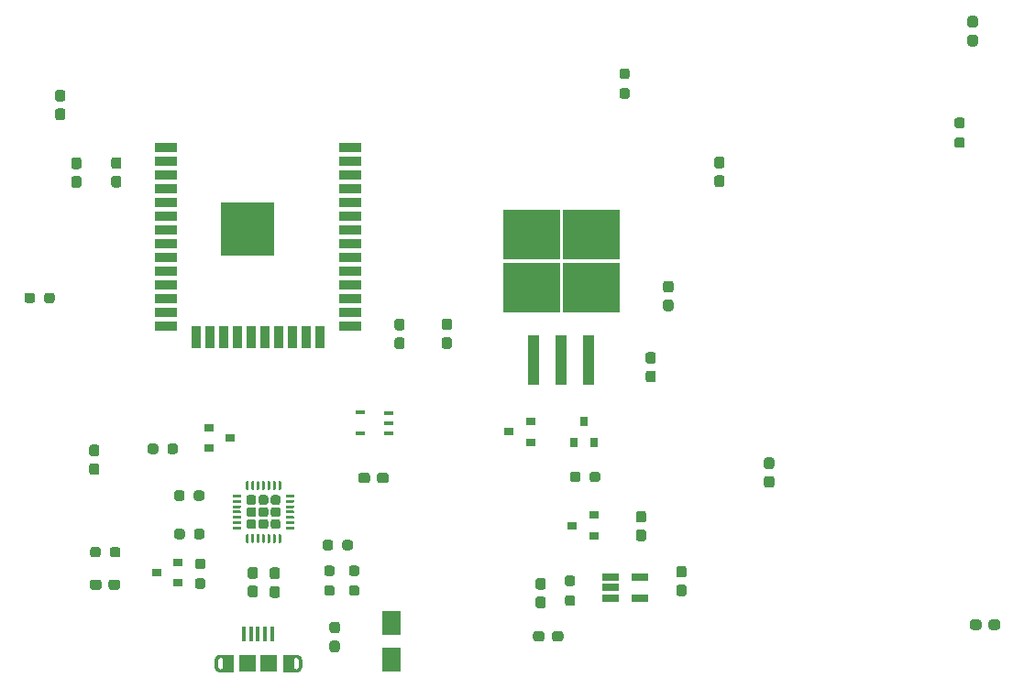
<source format=gbr>
%TF.GenerationSoftware,KiCad,Pcbnew,(5.1.10)-1*%
%TF.CreationDate,2022-02-13T15:12:39-05:00*%
%TF.ProjectId,dispenser,64697370-656e-4736-9572-2e6b69636164,rev?*%
%TF.SameCoordinates,Original*%
%TF.FileFunction,Paste,Top*%
%TF.FilePolarity,Positive*%
%FSLAX46Y46*%
G04 Gerber Fmt 4.6, Leading zero omitted, Abs format (unit mm)*
G04 Created by KiCad (PCBNEW (5.1.10)-1) date 2022-02-13 15:12:39*
%MOMM*%
%LPD*%
G01*
G04 APERTURE LIST*
%ADD10C,0.000100*%
%ADD11R,1.651000X2.184400*%
%ADD12R,1.500000X1.550000*%
%ADD13R,0.400000X1.350000*%
%ADD14R,0.900000X0.800000*%
%ADD15R,0.800000X0.900000*%
%ADD16R,2.000000X0.900000*%
%ADD17R,0.900000X2.000000*%
%ADD18R,5.000000X5.000000*%
%ADD19R,1.560000X0.650000*%
%ADD20R,5.250000X4.550000*%
%ADD21R,1.100000X4.600000*%
%ADD22R,0.914400X0.431800*%
G04 APERTURE END LIST*
D10*
%TO.C,J17*%
G36*
X113888400Y-121729800D02*
G01*
X113888400Y-121529800D01*
X113901400Y-121529800D01*
X113914400Y-121528800D01*
X113927400Y-121526800D01*
X113940400Y-121524800D01*
X113953400Y-121520800D01*
X113965400Y-121517800D01*
X113978400Y-121512800D01*
X113990400Y-121507800D01*
X114001400Y-121502800D01*
X114013400Y-121496800D01*
X114024400Y-121489800D01*
X114035400Y-121481800D01*
X114045400Y-121473800D01*
X114055400Y-121465800D01*
X114065400Y-121456800D01*
X114074400Y-121446800D01*
X114082400Y-121436800D01*
X114090400Y-121426800D01*
X114098400Y-121415800D01*
X114105400Y-121404800D01*
X114111400Y-121392800D01*
X114116400Y-121381800D01*
X114121400Y-121369800D01*
X114126400Y-121356800D01*
X114129400Y-121344800D01*
X114133400Y-121331800D01*
X114135400Y-121318800D01*
X114137400Y-121305800D01*
X114138400Y-121292800D01*
X114138400Y-121279800D01*
X114138400Y-120629800D01*
X114138400Y-120616800D01*
X114137400Y-120603800D01*
X114135400Y-120590800D01*
X114133400Y-120577800D01*
X114129400Y-120564800D01*
X114126400Y-120552800D01*
X114121400Y-120539800D01*
X114116400Y-120527800D01*
X114111400Y-120516800D01*
X114105400Y-120504800D01*
X114098400Y-120493800D01*
X114090400Y-120482800D01*
X114082400Y-120472800D01*
X114074400Y-120462800D01*
X114065400Y-120452800D01*
X114055400Y-120443800D01*
X114045400Y-120435800D01*
X114035400Y-120427800D01*
X114024400Y-120419800D01*
X114013400Y-120412800D01*
X114001400Y-120406800D01*
X113990400Y-120401800D01*
X113978400Y-120396800D01*
X113965400Y-120391800D01*
X113953400Y-120388800D01*
X113940400Y-120384800D01*
X113927400Y-120382800D01*
X113914400Y-120380800D01*
X113901400Y-120379800D01*
X113888400Y-120379800D01*
X113888400Y-120179800D01*
X113914400Y-120180800D01*
X113940400Y-120182800D01*
X113966400Y-120185800D01*
X113992400Y-120190800D01*
X114017400Y-120196800D01*
X114043400Y-120203800D01*
X114067400Y-120212800D01*
X114091400Y-120222800D01*
X114115400Y-120233800D01*
X114138400Y-120246800D01*
X114160400Y-120260800D01*
X114182400Y-120274800D01*
X114203400Y-120290800D01*
X114223400Y-120307800D01*
X114242400Y-120325800D01*
X114260400Y-120344800D01*
X114277400Y-120364800D01*
X114293400Y-120385800D01*
X114307400Y-120407800D01*
X114321400Y-120429800D01*
X114334400Y-120452800D01*
X114345400Y-120476800D01*
X114355400Y-120500800D01*
X114364400Y-120524800D01*
X114371400Y-120550800D01*
X114377400Y-120575800D01*
X114382400Y-120601800D01*
X114385400Y-120627800D01*
X114387400Y-120653800D01*
X114388400Y-120679800D01*
X114388400Y-121229800D01*
X114387400Y-121255800D01*
X114385400Y-121281800D01*
X114382400Y-121307800D01*
X114377400Y-121333800D01*
X114371400Y-121358800D01*
X114364400Y-121384800D01*
X114355400Y-121408800D01*
X114345400Y-121432800D01*
X114334400Y-121456800D01*
X114321400Y-121479800D01*
X114307400Y-121501800D01*
X114293400Y-121523800D01*
X114277400Y-121544800D01*
X114260400Y-121564800D01*
X114242400Y-121583800D01*
X114223400Y-121601800D01*
X114203400Y-121618800D01*
X114182400Y-121634800D01*
X114160400Y-121648800D01*
X114138400Y-121662800D01*
X114115400Y-121675800D01*
X114091400Y-121686800D01*
X114067400Y-121696800D01*
X114043400Y-121705800D01*
X114017400Y-121712800D01*
X113992400Y-121718800D01*
X113966400Y-121723800D01*
X113940400Y-121726800D01*
X113914400Y-121728800D01*
X113888400Y-121729800D01*
G37*
X113888400Y-121729800D02*
X113888400Y-121529800D01*
X113901400Y-121529800D01*
X113914400Y-121528800D01*
X113927400Y-121526800D01*
X113940400Y-121524800D01*
X113953400Y-121520800D01*
X113965400Y-121517800D01*
X113978400Y-121512800D01*
X113990400Y-121507800D01*
X114001400Y-121502800D01*
X114013400Y-121496800D01*
X114024400Y-121489800D01*
X114035400Y-121481800D01*
X114045400Y-121473800D01*
X114055400Y-121465800D01*
X114065400Y-121456800D01*
X114074400Y-121446800D01*
X114082400Y-121436800D01*
X114090400Y-121426800D01*
X114098400Y-121415800D01*
X114105400Y-121404800D01*
X114111400Y-121392800D01*
X114116400Y-121381800D01*
X114121400Y-121369800D01*
X114126400Y-121356800D01*
X114129400Y-121344800D01*
X114133400Y-121331800D01*
X114135400Y-121318800D01*
X114137400Y-121305800D01*
X114138400Y-121292800D01*
X114138400Y-121279800D01*
X114138400Y-120629800D01*
X114138400Y-120616800D01*
X114137400Y-120603800D01*
X114135400Y-120590800D01*
X114133400Y-120577800D01*
X114129400Y-120564800D01*
X114126400Y-120552800D01*
X114121400Y-120539800D01*
X114116400Y-120527800D01*
X114111400Y-120516800D01*
X114105400Y-120504800D01*
X114098400Y-120493800D01*
X114090400Y-120482800D01*
X114082400Y-120472800D01*
X114074400Y-120462800D01*
X114065400Y-120452800D01*
X114055400Y-120443800D01*
X114045400Y-120435800D01*
X114035400Y-120427800D01*
X114024400Y-120419800D01*
X114013400Y-120412800D01*
X114001400Y-120406800D01*
X113990400Y-120401800D01*
X113978400Y-120396800D01*
X113965400Y-120391800D01*
X113953400Y-120388800D01*
X113940400Y-120384800D01*
X113927400Y-120382800D01*
X113914400Y-120380800D01*
X113901400Y-120379800D01*
X113888400Y-120379800D01*
X113888400Y-120179800D01*
X113914400Y-120180800D01*
X113940400Y-120182800D01*
X113966400Y-120185800D01*
X113992400Y-120190800D01*
X114017400Y-120196800D01*
X114043400Y-120203800D01*
X114067400Y-120212800D01*
X114091400Y-120222800D01*
X114115400Y-120233800D01*
X114138400Y-120246800D01*
X114160400Y-120260800D01*
X114182400Y-120274800D01*
X114203400Y-120290800D01*
X114223400Y-120307800D01*
X114242400Y-120325800D01*
X114260400Y-120344800D01*
X114277400Y-120364800D01*
X114293400Y-120385800D01*
X114307400Y-120407800D01*
X114321400Y-120429800D01*
X114334400Y-120452800D01*
X114345400Y-120476800D01*
X114355400Y-120500800D01*
X114364400Y-120524800D01*
X114371400Y-120550800D01*
X114377400Y-120575800D01*
X114382400Y-120601800D01*
X114385400Y-120627800D01*
X114387400Y-120653800D01*
X114388400Y-120679800D01*
X114388400Y-121229800D01*
X114387400Y-121255800D01*
X114385400Y-121281800D01*
X114382400Y-121307800D01*
X114377400Y-121333800D01*
X114371400Y-121358800D01*
X114364400Y-121384800D01*
X114355400Y-121408800D01*
X114345400Y-121432800D01*
X114334400Y-121456800D01*
X114321400Y-121479800D01*
X114307400Y-121501800D01*
X114293400Y-121523800D01*
X114277400Y-121544800D01*
X114260400Y-121564800D01*
X114242400Y-121583800D01*
X114223400Y-121601800D01*
X114203400Y-121618800D01*
X114182400Y-121634800D01*
X114160400Y-121648800D01*
X114138400Y-121662800D01*
X114115400Y-121675800D01*
X114091400Y-121686800D01*
X114067400Y-121696800D01*
X114043400Y-121705800D01*
X114017400Y-121712800D01*
X113992400Y-121718800D01*
X113966400Y-121723800D01*
X113940400Y-121726800D01*
X113914400Y-121728800D01*
X113888400Y-121729800D01*
G36*
X113888400Y-121729800D02*
G01*
X113888400Y-121529800D01*
X113875400Y-121529800D01*
X113862400Y-121528800D01*
X113849400Y-121526800D01*
X113836400Y-121524800D01*
X113823400Y-121520800D01*
X113811400Y-121517800D01*
X113798400Y-121512800D01*
X113786400Y-121507800D01*
X113775400Y-121502800D01*
X113763400Y-121496800D01*
X113752400Y-121489800D01*
X113741400Y-121481800D01*
X113731400Y-121473800D01*
X113721400Y-121465800D01*
X113711400Y-121456800D01*
X113702400Y-121446800D01*
X113694400Y-121436800D01*
X113686400Y-121426800D01*
X113678400Y-121415800D01*
X113671400Y-121404800D01*
X113665400Y-121392800D01*
X113660400Y-121381800D01*
X113655400Y-121369800D01*
X113650400Y-121356800D01*
X113647400Y-121344800D01*
X113643400Y-121331800D01*
X113641400Y-121318800D01*
X113639400Y-121305800D01*
X113638400Y-121292800D01*
X113638400Y-121279800D01*
X113638400Y-120629800D01*
X113638400Y-120616800D01*
X113639400Y-120603800D01*
X113641400Y-120590800D01*
X113643400Y-120577800D01*
X113647400Y-120564800D01*
X113650400Y-120552800D01*
X113655400Y-120539800D01*
X113660400Y-120527800D01*
X113665400Y-120516800D01*
X113671400Y-120504800D01*
X113678400Y-120493800D01*
X113686400Y-120482800D01*
X113694400Y-120472800D01*
X113702400Y-120462800D01*
X113711400Y-120452800D01*
X113721400Y-120443800D01*
X113731400Y-120435800D01*
X113741400Y-120427800D01*
X113752400Y-120419800D01*
X113763400Y-120412800D01*
X113775400Y-120406800D01*
X113786400Y-120401800D01*
X113798400Y-120396800D01*
X113811400Y-120391800D01*
X113823400Y-120388800D01*
X113836400Y-120384800D01*
X113849400Y-120382800D01*
X113862400Y-120380800D01*
X113875400Y-120379800D01*
X113888400Y-120379800D01*
X113888400Y-120179800D01*
X112688400Y-120179800D01*
X112688400Y-121729800D01*
X113888400Y-121729800D01*
G37*
X113888400Y-121729800D02*
X113888400Y-121529800D01*
X113875400Y-121529800D01*
X113862400Y-121528800D01*
X113849400Y-121526800D01*
X113836400Y-121524800D01*
X113823400Y-121520800D01*
X113811400Y-121517800D01*
X113798400Y-121512800D01*
X113786400Y-121507800D01*
X113775400Y-121502800D01*
X113763400Y-121496800D01*
X113752400Y-121489800D01*
X113741400Y-121481800D01*
X113731400Y-121473800D01*
X113721400Y-121465800D01*
X113711400Y-121456800D01*
X113702400Y-121446800D01*
X113694400Y-121436800D01*
X113686400Y-121426800D01*
X113678400Y-121415800D01*
X113671400Y-121404800D01*
X113665400Y-121392800D01*
X113660400Y-121381800D01*
X113655400Y-121369800D01*
X113650400Y-121356800D01*
X113647400Y-121344800D01*
X113643400Y-121331800D01*
X113641400Y-121318800D01*
X113639400Y-121305800D01*
X113638400Y-121292800D01*
X113638400Y-121279800D01*
X113638400Y-120629800D01*
X113638400Y-120616800D01*
X113639400Y-120603800D01*
X113641400Y-120590800D01*
X113643400Y-120577800D01*
X113647400Y-120564800D01*
X113650400Y-120552800D01*
X113655400Y-120539800D01*
X113660400Y-120527800D01*
X113665400Y-120516800D01*
X113671400Y-120504800D01*
X113678400Y-120493800D01*
X113686400Y-120482800D01*
X113694400Y-120472800D01*
X113702400Y-120462800D01*
X113711400Y-120452800D01*
X113721400Y-120443800D01*
X113731400Y-120435800D01*
X113741400Y-120427800D01*
X113752400Y-120419800D01*
X113763400Y-120412800D01*
X113775400Y-120406800D01*
X113786400Y-120401800D01*
X113798400Y-120396800D01*
X113811400Y-120391800D01*
X113823400Y-120388800D01*
X113836400Y-120384800D01*
X113849400Y-120382800D01*
X113862400Y-120380800D01*
X113875400Y-120379800D01*
X113888400Y-120379800D01*
X113888400Y-120179800D01*
X112688400Y-120179800D01*
X112688400Y-121729800D01*
X113888400Y-121729800D01*
X113888400Y-121724800D02*
X113888400Y-121554800D01*
G36*
X106888400Y-120179800D02*
G01*
X106888400Y-120379800D01*
X106875400Y-120379800D01*
X106862400Y-120380800D01*
X106849400Y-120382800D01*
X106836400Y-120384800D01*
X106823400Y-120388800D01*
X106811400Y-120391800D01*
X106798400Y-120396800D01*
X106786400Y-120401800D01*
X106775400Y-120406800D01*
X106763400Y-120412800D01*
X106752400Y-120419800D01*
X106741400Y-120427800D01*
X106731400Y-120435800D01*
X106721400Y-120443800D01*
X106711400Y-120452800D01*
X106702400Y-120462800D01*
X106694400Y-120472800D01*
X106686400Y-120482800D01*
X106678400Y-120493800D01*
X106671400Y-120504800D01*
X106665400Y-120516800D01*
X106660400Y-120527800D01*
X106655400Y-120539800D01*
X106650400Y-120552800D01*
X106647400Y-120564800D01*
X106643400Y-120577800D01*
X106641400Y-120590800D01*
X106639400Y-120603800D01*
X106638400Y-120616800D01*
X106638400Y-120629800D01*
X106638400Y-121279800D01*
X106638400Y-121292800D01*
X106639400Y-121305800D01*
X106641400Y-121318800D01*
X106643400Y-121331800D01*
X106647400Y-121344800D01*
X106650400Y-121356800D01*
X106655400Y-121369800D01*
X106660400Y-121381800D01*
X106665400Y-121392800D01*
X106671400Y-121404800D01*
X106678400Y-121415800D01*
X106686400Y-121426800D01*
X106694400Y-121436800D01*
X106702400Y-121446800D01*
X106711400Y-121456800D01*
X106721400Y-121465800D01*
X106731400Y-121473800D01*
X106741400Y-121481800D01*
X106752400Y-121489800D01*
X106763400Y-121496800D01*
X106775400Y-121502800D01*
X106786400Y-121507800D01*
X106798400Y-121512800D01*
X106811400Y-121517800D01*
X106823400Y-121520800D01*
X106836400Y-121524800D01*
X106849400Y-121526800D01*
X106862400Y-121528800D01*
X106875400Y-121529800D01*
X106888400Y-121529800D01*
X106888400Y-121729800D01*
X106862400Y-121728800D01*
X106836400Y-121726800D01*
X106810400Y-121723800D01*
X106784400Y-121718800D01*
X106759400Y-121712800D01*
X106733400Y-121705800D01*
X106709400Y-121696800D01*
X106685400Y-121686800D01*
X106661400Y-121675800D01*
X106638400Y-121662800D01*
X106616400Y-121648800D01*
X106594400Y-121634800D01*
X106573400Y-121618800D01*
X106553400Y-121601800D01*
X106534400Y-121583800D01*
X106516400Y-121564800D01*
X106499400Y-121544800D01*
X106483400Y-121523800D01*
X106469400Y-121501800D01*
X106455400Y-121479800D01*
X106442400Y-121456800D01*
X106431400Y-121432800D01*
X106421400Y-121408800D01*
X106412400Y-121384800D01*
X106405400Y-121358800D01*
X106399400Y-121333800D01*
X106394400Y-121307800D01*
X106391400Y-121281800D01*
X106389400Y-121255800D01*
X106388400Y-121229800D01*
X106388400Y-120679800D01*
X106389400Y-120653800D01*
X106391400Y-120627800D01*
X106394400Y-120601800D01*
X106399400Y-120575800D01*
X106405400Y-120550800D01*
X106412400Y-120524800D01*
X106421400Y-120500800D01*
X106431400Y-120476800D01*
X106442400Y-120452800D01*
X106455400Y-120429800D01*
X106469400Y-120407800D01*
X106483400Y-120385800D01*
X106499400Y-120364800D01*
X106516400Y-120344800D01*
X106534400Y-120325800D01*
X106553400Y-120307800D01*
X106573400Y-120290800D01*
X106594400Y-120274800D01*
X106616400Y-120260800D01*
X106638400Y-120246800D01*
X106661400Y-120233800D01*
X106685400Y-120222800D01*
X106709400Y-120212800D01*
X106733400Y-120203800D01*
X106759400Y-120196800D01*
X106784400Y-120190800D01*
X106810400Y-120185800D01*
X106836400Y-120182800D01*
X106862400Y-120180800D01*
X106888400Y-120179800D01*
G37*
X106888400Y-120179800D02*
X106888400Y-120379800D01*
X106875400Y-120379800D01*
X106862400Y-120380800D01*
X106849400Y-120382800D01*
X106836400Y-120384800D01*
X106823400Y-120388800D01*
X106811400Y-120391800D01*
X106798400Y-120396800D01*
X106786400Y-120401800D01*
X106775400Y-120406800D01*
X106763400Y-120412800D01*
X106752400Y-120419800D01*
X106741400Y-120427800D01*
X106731400Y-120435800D01*
X106721400Y-120443800D01*
X106711400Y-120452800D01*
X106702400Y-120462800D01*
X106694400Y-120472800D01*
X106686400Y-120482800D01*
X106678400Y-120493800D01*
X106671400Y-120504800D01*
X106665400Y-120516800D01*
X106660400Y-120527800D01*
X106655400Y-120539800D01*
X106650400Y-120552800D01*
X106647400Y-120564800D01*
X106643400Y-120577800D01*
X106641400Y-120590800D01*
X106639400Y-120603800D01*
X106638400Y-120616800D01*
X106638400Y-120629800D01*
X106638400Y-121279800D01*
X106638400Y-121292800D01*
X106639400Y-121305800D01*
X106641400Y-121318800D01*
X106643400Y-121331800D01*
X106647400Y-121344800D01*
X106650400Y-121356800D01*
X106655400Y-121369800D01*
X106660400Y-121381800D01*
X106665400Y-121392800D01*
X106671400Y-121404800D01*
X106678400Y-121415800D01*
X106686400Y-121426800D01*
X106694400Y-121436800D01*
X106702400Y-121446800D01*
X106711400Y-121456800D01*
X106721400Y-121465800D01*
X106731400Y-121473800D01*
X106741400Y-121481800D01*
X106752400Y-121489800D01*
X106763400Y-121496800D01*
X106775400Y-121502800D01*
X106786400Y-121507800D01*
X106798400Y-121512800D01*
X106811400Y-121517800D01*
X106823400Y-121520800D01*
X106836400Y-121524800D01*
X106849400Y-121526800D01*
X106862400Y-121528800D01*
X106875400Y-121529800D01*
X106888400Y-121529800D01*
X106888400Y-121729800D01*
X106862400Y-121728800D01*
X106836400Y-121726800D01*
X106810400Y-121723800D01*
X106784400Y-121718800D01*
X106759400Y-121712800D01*
X106733400Y-121705800D01*
X106709400Y-121696800D01*
X106685400Y-121686800D01*
X106661400Y-121675800D01*
X106638400Y-121662800D01*
X106616400Y-121648800D01*
X106594400Y-121634800D01*
X106573400Y-121618800D01*
X106553400Y-121601800D01*
X106534400Y-121583800D01*
X106516400Y-121564800D01*
X106499400Y-121544800D01*
X106483400Y-121523800D01*
X106469400Y-121501800D01*
X106455400Y-121479800D01*
X106442400Y-121456800D01*
X106431400Y-121432800D01*
X106421400Y-121408800D01*
X106412400Y-121384800D01*
X106405400Y-121358800D01*
X106399400Y-121333800D01*
X106394400Y-121307800D01*
X106391400Y-121281800D01*
X106389400Y-121255800D01*
X106388400Y-121229800D01*
X106388400Y-120679800D01*
X106389400Y-120653800D01*
X106391400Y-120627800D01*
X106394400Y-120601800D01*
X106399400Y-120575800D01*
X106405400Y-120550800D01*
X106412400Y-120524800D01*
X106421400Y-120500800D01*
X106431400Y-120476800D01*
X106442400Y-120452800D01*
X106455400Y-120429800D01*
X106469400Y-120407800D01*
X106483400Y-120385800D01*
X106499400Y-120364800D01*
X106516400Y-120344800D01*
X106534400Y-120325800D01*
X106553400Y-120307800D01*
X106573400Y-120290800D01*
X106594400Y-120274800D01*
X106616400Y-120260800D01*
X106638400Y-120246800D01*
X106661400Y-120233800D01*
X106685400Y-120222800D01*
X106709400Y-120212800D01*
X106733400Y-120203800D01*
X106759400Y-120196800D01*
X106784400Y-120190800D01*
X106810400Y-120185800D01*
X106836400Y-120182800D01*
X106862400Y-120180800D01*
X106888400Y-120179800D01*
G36*
X106888400Y-120179800D02*
G01*
X106888400Y-120379800D01*
X106901400Y-120379800D01*
X106914400Y-120380800D01*
X106927400Y-120382800D01*
X106940400Y-120384800D01*
X106953400Y-120388800D01*
X106965400Y-120391800D01*
X106978400Y-120396800D01*
X106990400Y-120401800D01*
X107001400Y-120406800D01*
X107013400Y-120412800D01*
X107024400Y-120419800D01*
X107035400Y-120427800D01*
X107045400Y-120435800D01*
X107055400Y-120443800D01*
X107065400Y-120452800D01*
X107074400Y-120462800D01*
X107082400Y-120472800D01*
X107090400Y-120482800D01*
X107098400Y-120493800D01*
X107105400Y-120504800D01*
X107111400Y-120516800D01*
X107116400Y-120527800D01*
X107121400Y-120539800D01*
X107126400Y-120552800D01*
X107129400Y-120564800D01*
X107133400Y-120577800D01*
X107135400Y-120590800D01*
X107137400Y-120603800D01*
X107138400Y-120616800D01*
X107138400Y-120629800D01*
X107138400Y-121279800D01*
X107138400Y-121292800D01*
X107137400Y-121305800D01*
X107135400Y-121318800D01*
X107133400Y-121331800D01*
X107129400Y-121344800D01*
X107126400Y-121356800D01*
X107121400Y-121369800D01*
X107116400Y-121381800D01*
X107111400Y-121392800D01*
X107105400Y-121404800D01*
X107098400Y-121415800D01*
X107090400Y-121426800D01*
X107082400Y-121436800D01*
X107074400Y-121446800D01*
X107065400Y-121456800D01*
X107055400Y-121465800D01*
X107045400Y-121473800D01*
X107035400Y-121481800D01*
X107024400Y-121489800D01*
X107013400Y-121496800D01*
X107001400Y-121502800D01*
X106990400Y-121507800D01*
X106978400Y-121512800D01*
X106965400Y-121517800D01*
X106953400Y-121520800D01*
X106940400Y-121524800D01*
X106927400Y-121526800D01*
X106914400Y-121528800D01*
X106901400Y-121529800D01*
X106888400Y-121529800D01*
X106888400Y-121729800D01*
X108088400Y-121729800D01*
X108088400Y-120179800D01*
X106888400Y-120179800D01*
G37*
X106888400Y-120179800D02*
X106888400Y-120379800D01*
X106901400Y-120379800D01*
X106914400Y-120380800D01*
X106927400Y-120382800D01*
X106940400Y-120384800D01*
X106953400Y-120388800D01*
X106965400Y-120391800D01*
X106978400Y-120396800D01*
X106990400Y-120401800D01*
X107001400Y-120406800D01*
X107013400Y-120412800D01*
X107024400Y-120419800D01*
X107035400Y-120427800D01*
X107045400Y-120435800D01*
X107055400Y-120443800D01*
X107065400Y-120452800D01*
X107074400Y-120462800D01*
X107082400Y-120472800D01*
X107090400Y-120482800D01*
X107098400Y-120493800D01*
X107105400Y-120504800D01*
X107111400Y-120516800D01*
X107116400Y-120527800D01*
X107121400Y-120539800D01*
X107126400Y-120552800D01*
X107129400Y-120564800D01*
X107133400Y-120577800D01*
X107135400Y-120590800D01*
X107137400Y-120603800D01*
X107138400Y-120616800D01*
X107138400Y-120629800D01*
X107138400Y-121279800D01*
X107138400Y-121292800D01*
X107137400Y-121305800D01*
X107135400Y-121318800D01*
X107133400Y-121331800D01*
X107129400Y-121344800D01*
X107126400Y-121356800D01*
X107121400Y-121369800D01*
X107116400Y-121381800D01*
X107111400Y-121392800D01*
X107105400Y-121404800D01*
X107098400Y-121415800D01*
X107090400Y-121426800D01*
X107082400Y-121436800D01*
X107074400Y-121446800D01*
X107065400Y-121456800D01*
X107055400Y-121465800D01*
X107045400Y-121473800D01*
X107035400Y-121481800D01*
X107024400Y-121489800D01*
X107013400Y-121496800D01*
X107001400Y-121502800D01*
X106990400Y-121507800D01*
X106978400Y-121512800D01*
X106965400Y-121517800D01*
X106953400Y-121520800D01*
X106940400Y-121524800D01*
X106927400Y-121526800D01*
X106914400Y-121528800D01*
X106901400Y-121529800D01*
X106888400Y-121529800D01*
X106888400Y-121729800D01*
X108088400Y-121729800D01*
X108088400Y-120179800D01*
X106888400Y-120179800D01*
X106888400Y-120184800D02*
X106888400Y-120354800D01*
%TD*%
%TO.C,C9*%
G36*
G01*
X149262500Y-113687500D02*
X149737500Y-113687500D01*
G75*
G02*
X149975000Y-113925000I0J-237500D01*
G01*
X149975000Y-114525000D01*
G75*
G02*
X149737500Y-114762500I-237500J0D01*
G01*
X149262500Y-114762500D01*
G75*
G02*
X149025000Y-114525000I0J237500D01*
G01*
X149025000Y-113925000D01*
G75*
G02*
X149262500Y-113687500I237500J0D01*
G01*
G37*
G36*
G01*
X149262500Y-111962500D02*
X149737500Y-111962500D01*
G75*
G02*
X149975000Y-112200000I0J-237500D01*
G01*
X149975000Y-112800000D01*
G75*
G02*
X149737500Y-113037500I-237500J0D01*
G01*
X149262500Y-113037500D01*
G75*
G02*
X149025000Y-112800000I0J237500D01*
G01*
X149025000Y-112200000D01*
G75*
G02*
X149262500Y-111962500I237500J0D01*
G01*
G37*
%TD*%
%TO.C,F2*%
G36*
G01*
X137546800Y-118703100D02*
X137546800Y-118228100D01*
G75*
G02*
X137784300Y-117990600I237500J0D01*
G01*
X138359300Y-117990600D01*
G75*
G02*
X138596800Y-118228100I0J-237500D01*
G01*
X138596800Y-118703100D01*
G75*
G02*
X138359300Y-118940600I-237500J0D01*
G01*
X137784300Y-118940600D01*
G75*
G02*
X137546800Y-118703100I0J237500D01*
G01*
G37*
G36*
G01*
X135796800Y-118703100D02*
X135796800Y-118228100D01*
G75*
G02*
X136034300Y-117990600I237500J0D01*
G01*
X136609300Y-117990600D01*
G75*
G02*
X136846800Y-118228100I0J-237500D01*
G01*
X136846800Y-118703100D01*
G75*
G02*
X136609300Y-118940600I-237500J0D01*
G01*
X136034300Y-118940600D01*
G75*
G02*
X135796800Y-118703100I0J237500D01*
G01*
G37*
%TD*%
%TO.C,F1*%
G36*
G01*
X117712500Y-118180400D02*
X117237500Y-118180400D01*
G75*
G02*
X117000000Y-117942900I0J237500D01*
G01*
X117000000Y-117367900D01*
G75*
G02*
X117237500Y-117130400I237500J0D01*
G01*
X117712500Y-117130400D01*
G75*
G02*
X117950000Y-117367900I0J-237500D01*
G01*
X117950000Y-117942900D01*
G75*
G02*
X117712500Y-118180400I-237500J0D01*
G01*
G37*
G36*
G01*
X117712500Y-119930400D02*
X117237500Y-119930400D01*
G75*
G02*
X117000000Y-119692900I0J237500D01*
G01*
X117000000Y-119117900D01*
G75*
G02*
X117237500Y-118880400I237500J0D01*
G01*
X117712500Y-118880400D01*
G75*
G02*
X117950000Y-119117900I0J-237500D01*
G01*
X117950000Y-119692900D01*
G75*
G02*
X117712500Y-119930400I-237500J0D01*
G01*
G37*
%TD*%
%TO.C,R3*%
G36*
G01*
X175421300Y-71507800D02*
X174946300Y-71507800D01*
G75*
G02*
X174708800Y-71270300I0J237500D01*
G01*
X174708800Y-70770300D01*
G75*
G02*
X174946300Y-70532800I237500J0D01*
G01*
X175421300Y-70532800D01*
G75*
G02*
X175658800Y-70770300I0J-237500D01*
G01*
X175658800Y-71270300D01*
G75*
G02*
X175421300Y-71507800I-237500J0D01*
G01*
G37*
G36*
G01*
X175421300Y-73332800D02*
X174946300Y-73332800D01*
G75*
G02*
X174708800Y-73095300I0J237500D01*
G01*
X174708800Y-72595300D01*
G75*
G02*
X174946300Y-72357800I237500J0D01*
G01*
X175421300Y-72357800D01*
G75*
G02*
X175658800Y-72595300I0J-237500D01*
G01*
X175658800Y-73095300D01*
G75*
G02*
X175421300Y-73332800I-237500J0D01*
G01*
G37*
%TD*%
%TO.C,R14*%
G36*
G01*
X96712500Y-110937500D02*
X96712500Y-110462500D01*
G75*
G02*
X96950000Y-110225000I237500J0D01*
G01*
X97450000Y-110225000D01*
G75*
G02*
X97687500Y-110462500I0J-237500D01*
G01*
X97687500Y-110937500D01*
G75*
G02*
X97450000Y-111175000I-237500J0D01*
G01*
X96950000Y-111175000D01*
G75*
G02*
X96712500Y-110937500I0J237500D01*
G01*
G37*
G36*
G01*
X94887500Y-110937500D02*
X94887500Y-110462500D01*
G75*
G02*
X95125000Y-110225000I237500J0D01*
G01*
X95625000Y-110225000D01*
G75*
G02*
X95862500Y-110462500I0J-237500D01*
G01*
X95862500Y-110937500D01*
G75*
G02*
X95625000Y-111175000I-237500J0D01*
G01*
X95125000Y-111175000D01*
G75*
G02*
X94887500Y-110937500I0J237500D01*
G01*
G37*
%TD*%
%TO.C,R13*%
G36*
G01*
X102026900Y-101380300D02*
X102026900Y-100905300D01*
G75*
G02*
X102264400Y-100667800I237500J0D01*
G01*
X102764400Y-100667800D01*
G75*
G02*
X103001900Y-100905300I0J-237500D01*
G01*
X103001900Y-101380300D01*
G75*
G02*
X102764400Y-101617800I-237500J0D01*
G01*
X102264400Y-101617800D01*
G75*
G02*
X102026900Y-101380300I0J237500D01*
G01*
G37*
G36*
G01*
X100201900Y-101380300D02*
X100201900Y-100905300D01*
G75*
G02*
X100439400Y-100667800I237500J0D01*
G01*
X100939400Y-100667800D01*
G75*
G02*
X101176900Y-100905300I0J-237500D01*
G01*
X101176900Y-101380300D01*
G75*
G02*
X100939400Y-101617800I-237500J0D01*
G01*
X100439400Y-101617800D01*
G75*
G02*
X100201900Y-101380300I0J237500D01*
G01*
G37*
%TD*%
%TO.C,R12*%
G36*
G01*
X104816900Y-113101300D02*
X105291900Y-113101300D01*
G75*
G02*
X105529400Y-113338800I0J-237500D01*
G01*
X105529400Y-113838800D01*
G75*
G02*
X105291900Y-114076300I-237500J0D01*
G01*
X104816900Y-114076300D01*
G75*
G02*
X104579400Y-113838800I0J237500D01*
G01*
X104579400Y-113338800D01*
G75*
G02*
X104816900Y-113101300I237500J0D01*
G01*
G37*
G36*
G01*
X104816900Y-111276300D02*
X105291900Y-111276300D01*
G75*
G02*
X105529400Y-111513800I0J-237500D01*
G01*
X105529400Y-112013800D01*
G75*
G02*
X105291900Y-112251300I-237500J0D01*
G01*
X104816900Y-112251300D01*
G75*
G02*
X104579400Y-112013800I0J237500D01*
G01*
X104579400Y-111513800D01*
G75*
G02*
X104816900Y-111276300I237500J0D01*
G01*
G37*
%TD*%
%TO.C,R11*%
G36*
G01*
X104479400Y-109254300D02*
X104479400Y-108779300D01*
G75*
G02*
X104716900Y-108541800I237500J0D01*
G01*
X105216900Y-108541800D01*
G75*
G02*
X105454400Y-108779300I0J-237500D01*
G01*
X105454400Y-109254300D01*
G75*
G02*
X105216900Y-109491800I-237500J0D01*
G01*
X104716900Y-109491800D01*
G75*
G02*
X104479400Y-109254300I0J237500D01*
G01*
G37*
G36*
G01*
X102654400Y-109254300D02*
X102654400Y-108779300D01*
G75*
G02*
X102891900Y-108541800I237500J0D01*
G01*
X103391900Y-108541800D01*
G75*
G02*
X103629400Y-108779300I0J-237500D01*
G01*
X103629400Y-109254300D01*
G75*
G02*
X103391900Y-109491800I-237500J0D01*
G01*
X102891900Y-109491800D01*
G75*
G02*
X102654400Y-109254300I0J237500D01*
G01*
G37*
%TD*%
%TO.C,R10*%
G36*
G01*
X104463400Y-105698300D02*
X104463400Y-105223300D01*
G75*
G02*
X104700900Y-104985800I237500J0D01*
G01*
X105200900Y-104985800D01*
G75*
G02*
X105438400Y-105223300I0J-237500D01*
G01*
X105438400Y-105698300D01*
G75*
G02*
X105200900Y-105935800I-237500J0D01*
G01*
X104700900Y-105935800D01*
G75*
G02*
X104463400Y-105698300I0J237500D01*
G01*
G37*
G36*
G01*
X102638400Y-105698300D02*
X102638400Y-105223300D01*
G75*
G02*
X102875900Y-104985800I237500J0D01*
G01*
X103375900Y-104985800D01*
G75*
G02*
X103613400Y-105223300I0J-237500D01*
G01*
X103613400Y-105698300D01*
G75*
G02*
X103375900Y-105935800I-237500J0D01*
G01*
X102875900Y-105935800D01*
G75*
G02*
X102638400Y-105698300I0J237500D01*
G01*
G37*
%TD*%
%TO.C,R9*%
G36*
G01*
X118179400Y-110270300D02*
X118179400Y-109795300D01*
G75*
G02*
X118416900Y-109557800I237500J0D01*
G01*
X118916900Y-109557800D01*
G75*
G02*
X119154400Y-109795300I0J-237500D01*
G01*
X119154400Y-110270300D01*
G75*
G02*
X118916900Y-110507800I-237500J0D01*
G01*
X118416900Y-110507800D01*
G75*
G02*
X118179400Y-110270300I0J237500D01*
G01*
G37*
G36*
G01*
X116354400Y-110270300D02*
X116354400Y-109795300D01*
G75*
G02*
X116591900Y-109557800I237500J0D01*
G01*
X117091900Y-109557800D01*
G75*
G02*
X117329400Y-109795300I0J-237500D01*
G01*
X117329400Y-110270300D01*
G75*
G02*
X117091900Y-110507800I-237500J0D01*
G01*
X116591900Y-110507800D01*
G75*
G02*
X116354400Y-110270300I0J237500D01*
G01*
G37*
%TD*%
%TO.C,R8*%
G36*
G01*
X119040900Y-113759800D02*
X119515900Y-113759800D01*
G75*
G02*
X119753400Y-113997300I0J-237500D01*
G01*
X119753400Y-114497300D01*
G75*
G02*
X119515900Y-114734800I-237500J0D01*
G01*
X119040900Y-114734800D01*
G75*
G02*
X118803400Y-114497300I0J237500D01*
G01*
X118803400Y-113997300D01*
G75*
G02*
X119040900Y-113759800I237500J0D01*
G01*
G37*
G36*
G01*
X119040900Y-111934800D02*
X119515900Y-111934800D01*
G75*
G02*
X119753400Y-112172300I0J-237500D01*
G01*
X119753400Y-112672300D01*
G75*
G02*
X119515900Y-112909800I-237500J0D01*
G01*
X119040900Y-112909800D01*
G75*
G02*
X118803400Y-112672300I0J237500D01*
G01*
X118803400Y-112172300D01*
G75*
G02*
X119040900Y-111934800I237500J0D01*
G01*
G37*
%TD*%
%TO.C,R7*%
G36*
G01*
X117229900Y-112909800D02*
X116754900Y-112909800D01*
G75*
G02*
X116517400Y-112672300I0J237500D01*
G01*
X116517400Y-112172300D01*
G75*
G02*
X116754900Y-111934800I237500J0D01*
G01*
X117229900Y-111934800D01*
G75*
G02*
X117467400Y-112172300I0J-237500D01*
G01*
X117467400Y-112672300D01*
G75*
G02*
X117229900Y-112909800I-237500J0D01*
G01*
G37*
G36*
G01*
X117229900Y-114734800D02*
X116754900Y-114734800D01*
G75*
G02*
X116517400Y-114497300I0J237500D01*
G01*
X116517400Y-113997300D01*
G75*
G02*
X116754900Y-113759800I237500J0D01*
G01*
X117229900Y-113759800D01*
G75*
G02*
X117467400Y-113997300I0J-237500D01*
G01*
X117467400Y-114497300D01*
G75*
G02*
X117229900Y-114734800I-237500J0D01*
G01*
G37*
%TD*%
%TO.C,R6*%
G36*
G01*
X140165900Y-103496100D02*
X140165900Y-103971100D01*
G75*
G02*
X139928400Y-104208600I-237500J0D01*
G01*
X139428400Y-104208600D01*
G75*
G02*
X139190900Y-103971100I0J237500D01*
G01*
X139190900Y-103496100D01*
G75*
G02*
X139428400Y-103258600I237500J0D01*
G01*
X139928400Y-103258600D01*
G75*
G02*
X140165900Y-103496100I0J-237500D01*
G01*
G37*
G36*
G01*
X141990900Y-103496100D02*
X141990900Y-103971100D01*
G75*
G02*
X141753400Y-104208600I-237500J0D01*
G01*
X141253400Y-104208600D01*
G75*
G02*
X141015900Y-103971100I0J237500D01*
G01*
X141015900Y-103496100D01*
G75*
G02*
X141253400Y-103258600I237500J0D01*
G01*
X141753400Y-103258600D01*
G75*
G02*
X141990900Y-103496100I0J-237500D01*
G01*
G37*
%TD*%
%TO.C,R5*%
G36*
G01*
X138979900Y-114676100D02*
X139454900Y-114676100D01*
G75*
G02*
X139692400Y-114913600I0J-237500D01*
G01*
X139692400Y-115413600D01*
G75*
G02*
X139454900Y-115651100I-237500J0D01*
G01*
X138979900Y-115651100D01*
G75*
G02*
X138742400Y-115413600I0J237500D01*
G01*
X138742400Y-114913600D01*
G75*
G02*
X138979900Y-114676100I237500J0D01*
G01*
G37*
G36*
G01*
X138979900Y-112851100D02*
X139454900Y-112851100D01*
G75*
G02*
X139692400Y-113088600I0J-237500D01*
G01*
X139692400Y-113588600D01*
G75*
G02*
X139454900Y-113826100I-237500J0D01*
G01*
X138979900Y-113826100D01*
G75*
G02*
X138742400Y-113588600I0J237500D01*
G01*
X138742400Y-113088600D01*
G75*
G02*
X138979900Y-112851100I237500J0D01*
G01*
G37*
%TD*%
%TO.C,R4*%
G36*
G01*
X144484100Y-66959300D02*
X144009100Y-66959300D01*
G75*
G02*
X143771600Y-66721800I0J237500D01*
G01*
X143771600Y-66221800D01*
G75*
G02*
X144009100Y-65984300I237500J0D01*
G01*
X144484100Y-65984300D01*
G75*
G02*
X144721600Y-66221800I0J-237500D01*
G01*
X144721600Y-66721800D01*
G75*
G02*
X144484100Y-66959300I-237500J0D01*
G01*
G37*
G36*
G01*
X144484100Y-68784300D02*
X144009100Y-68784300D01*
G75*
G02*
X143771600Y-68546800I0J237500D01*
G01*
X143771600Y-68046800D01*
G75*
G02*
X144009100Y-67809300I237500J0D01*
G01*
X144484100Y-67809300D01*
G75*
G02*
X144721600Y-68046800I0J-237500D01*
G01*
X144721600Y-68546800D01*
G75*
G02*
X144484100Y-68784300I-237500J0D01*
G01*
G37*
%TD*%
%TO.C,R2*%
G36*
G01*
X89793900Y-86960700D02*
X89793900Y-87435700D01*
G75*
G02*
X89556400Y-87673200I-237500J0D01*
G01*
X89056400Y-87673200D01*
G75*
G02*
X88818900Y-87435700I0J237500D01*
G01*
X88818900Y-86960700D01*
G75*
G02*
X89056400Y-86723200I237500J0D01*
G01*
X89556400Y-86723200D01*
G75*
G02*
X89793900Y-86960700I0J-237500D01*
G01*
G37*
G36*
G01*
X91618900Y-86960700D02*
X91618900Y-87435700D01*
G75*
G02*
X91381400Y-87673200I-237500J0D01*
G01*
X90881400Y-87673200D01*
G75*
G02*
X90643900Y-87435700I0J237500D01*
G01*
X90643900Y-86960700D01*
G75*
G02*
X90881400Y-86723200I237500J0D01*
G01*
X91381400Y-86723200D01*
G75*
G02*
X91618900Y-86960700I0J-237500D01*
G01*
G37*
%TD*%
%TO.C,C20*%
G36*
G01*
X96587500Y-113937500D02*
X96587500Y-113462500D01*
G75*
G02*
X96825000Y-113225000I237500J0D01*
G01*
X97425000Y-113225000D01*
G75*
G02*
X97662500Y-113462500I0J-237500D01*
G01*
X97662500Y-113937500D01*
G75*
G02*
X97425000Y-114175000I-237500J0D01*
G01*
X96825000Y-114175000D01*
G75*
G02*
X96587500Y-113937500I0J237500D01*
G01*
G37*
G36*
G01*
X94862500Y-113937500D02*
X94862500Y-113462500D01*
G75*
G02*
X95100000Y-113225000I237500J0D01*
G01*
X95700000Y-113225000D01*
G75*
G02*
X95937500Y-113462500I0J-237500D01*
G01*
X95937500Y-113937500D01*
G75*
G02*
X95700000Y-114175000I-237500J0D01*
G01*
X95100000Y-114175000D01*
G75*
G02*
X94862500Y-113937500I0J237500D01*
G01*
G37*
%TD*%
%TO.C,C19*%
G36*
G01*
X123231900Y-90851700D02*
X123706900Y-90851700D01*
G75*
G02*
X123944400Y-91089200I0J-237500D01*
G01*
X123944400Y-91689200D01*
G75*
G02*
X123706900Y-91926700I-237500J0D01*
G01*
X123231900Y-91926700D01*
G75*
G02*
X122994400Y-91689200I0J237500D01*
G01*
X122994400Y-91089200D01*
G75*
G02*
X123231900Y-90851700I237500J0D01*
G01*
G37*
G36*
G01*
X123231900Y-89126700D02*
X123706900Y-89126700D01*
G75*
G02*
X123944400Y-89364200I0J-237500D01*
G01*
X123944400Y-89964200D01*
G75*
G02*
X123706900Y-90201700I-237500J0D01*
G01*
X123231900Y-90201700D01*
G75*
G02*
X122994400Y-89964200I0J237500D01*
G01*
X122994400Y-89364200D01*
G75*
G02*
X123231900Y-89126700I237500J0D01*
G01*
G37*
%TD*%
%TO.C,C18*%
G36*
G01*
X109668300Y-113790700D02*
X110143300Y-113790700D01*
G75*
G02*
X110380800Y-114028200I0J-237500D01*
G01*
X110380800Y-114628200D01*
G75*
G02*
X110143300Y-114865700I-237500J0D01*
G01*
X109668300Y-114865700D01*
G75*
G02*
X109430800Y-114628200I0J237500D01*
G01*
X109430800Y-114028200D01*
G75*
G02*
X109668300Y-113790700I237500J0D01*
G01*
G37*
G36*
G01*
X109668300Y-112065700D02*
X110143300Y-112065700D01*
G75*
G02*
X110380800Y-112303200I0J-237500D01*
G01*
X110380800Y-112903200D01*
G75*
G02*
X110143300Y-113140700I-237500J0D01*
G01*
X109668300Y-113140700D01*
G75*
G02*
X109430800Y-112903200I0J237500D01*
G01*
X109430800Y-112303200D01*
G75*
G02*
X109668300Y-112065700I237500J0D01*
G01*
G37*
%TD*%
%TO.C,C17*%
G36*
G01*
X111700300Y-113833700D02*
X112175300Y-113833700D01*
G75*
G02*
X112412800Y-114071200I0J-237500D01*
G01*
X112412800Y-114671200D01*
G75*
G02*
X112175300Y-114908700I-237500J0D01*
G01*
X111700300Y-114908700D01*
G75*
G02*
X111462800Y-114671200I0J237500D01*
G01*
X111462800Y-114071200D01*
G75*
G02*
X111700300Y-113833700I237500J0D01*
G01*
G37*
G36*
G01*
X111700300Y-112108700D02*
X112175300Y-112108700D01*
G75*
G02*
X112412800Y-112346200I0J-237500D01*
G01*
X112412800Y-112946200D01*
G75*
G02*
X112175300Y-113183700I-237500J0D01*
G01*
X111700300Y-113183700D01*
G75*
G02*
X111462800Y-112946200I0J237500D01*
G01*
X111462800Y-112346200D01*
G75*
G02*
X111700300Y-112108700I237500J0D01*
G01*
G37*
%TD*%
%TO.C,C16*%
G36*
G01*
X136737100Y-114153900D02*
X136262100Y-114153900D01*
G75*
G02*
X136024600Y-113916400I0J237500D01*
G01*
X136024600Y-113316400D01*
G75*
G02*
X136262100Y-113078900I237500J0D01*
G01*
X136737100Y-113078900D01*
G75*
G02*
X136974600Y-113316400I0J-237500D01*
G01*
X136974600Y-113916400D01*
G75*
G02*
X136737100Y-114153900I-237500J0D01*
G01*
G37*
G36*
G01*
X136737100Y-115878900D02*
X136262100Y-115878900D01*
G75*
G02*
X136024600Y-115641400I0J237500D01*
G01*
X136024600Y-115041400D01*
G75*
G02*
X136262100Y-114803900I237500J0D01*
G01*
X136737100Y-114803900D01*
G75*
G02*
X136974600Y-115041400I0J-237500D01*
G01*
X136974600Y-115641400D01*
G75*
G02*
X136737100Y-115878900I-237500J0D01*
G01*
G37*
%TD*%
%TO.C,C15*%
G36*
G01*
X121382500Y-104072700D02*
X121382500Y-103597700D01*
G75*
G02*
X121620000Y-103360200I237500J0D01*
G01*
X122220000Y-103360200D01*
G75*
G02*
X122457500Y-103597700I0J-237500D01*
G01*
X122457500Y-104072700D01*
G75*
G02*
X122220000Y-104310200I-237500J0D01*
G01*
X121620000Y-104310200D01*
G75*
G02*
X121382500Y-104072700I0J237500D01*
G01*
G37*
G36*
G01*
X119657500Y-104072700D02*
X119657500Y-103597700D01*
G75*
G02*
X119895000Y-103360200I237500J0D01*
G01*
X120495000Y-103360200D01*
G75*
G02*
X120732500Y-103597700I0J-237500D01*
G01*
X120732500Y-104072700D01*
G75*
G02*
X120495000Y-104310200I-237500J0D01*
G01*
X119895000Y-104310200D01*
G75*
G02*
X119657500Y-104072700I0J237500D01*
G01*
G37*
%TD*%
%TO.C,C14*%
G36*
G01*
X146422100Y-93925100D02*
X146897100Y-93925100D01*
G75*
G02*
X147134600Y-94162600I0J-237500D01*
G01*
X147134600Y-94762600D01*
G75*
G02*
X146897100Y-95000100I-237500J0D01*
G01*
X146422100Y-95000100D01*
G75*
G02*
X146184600Y-94762600I0J237500D01*
G01*
X146184600Y-94162600D01*
G75*
G02*
X146422100Y-93925100I237500J0D01*
G01*
G37*
G36*
G01*
X146422100Y-92200100D02*
X146897100Y-92200100D01*
G75*
G02*
X147134600Y-92437600I0J-237500D01*
G01*
X147134600Y-93037600D01*
G75*
G02*
X146897100Y-93275100I-237500J0D01*
G01*
X146422100Y-93275100D01*
G75*
G02*
X146184600Y-93037600I0J237500D01*
G01*
X146184600Y-92437600D01*
G75*
G02*
X146422100Y-92200100I237500J0D01*
G01*
G37*
%TD*%
%TO.C,C13*%
G36*
G01*
X128075700Y-90176300D02*
X127600700Y-90176300D01*
G75*
G02*
X127363200Y-89938800I0J237500D01*
G01*
X127363200Y-89338800D01*
G75*
G02*
X127600700Y-89101300I237500J0D01*
G01*
X128075700Y-89101300D01*
G75*
G02*
X128313200Y-89338800I0J-237500D01*
G01*
X128313200Y-89938800D01*
G75*
G02*
X128075700Y-90176300I-237500J0D01*
G01*
G37*
G36*
G01*
X128075700Y-91901300D02*
X127600700Y-91901300D01*
G75*
G02*
X127363200Y-91663800I0J237500D01*
G01*
X127363200Y-91063800D01*
G75*
G02*
X127600700Y-90826300I237500J0D01*
G01*
X128075700Y-90826300D01*
G75*
G02*
X128313200Y-91063800I0J-237500D01*
G01*
X128313200Y-91663800D01*
G75*
G02*
X128075700Y-91901300I-237500J0D01*
G01*
G37*
%TD*%
%TO.C,C12*%
G36*
G01*
X146008100Y-107955200D02*
X145533100Y-107955200D01*
G75*
G02*
X145295600Y-107717700I0J237500D01*
G01*
X145295600Y-107117700D01*
G75*
G02*
X145533100Y-106880200I237500J0D01*
G01*
X146008100Y-106880200D01*
G75*
G02*
X146245600Y-107117700I0J-237500D01*
G01*
X146245600Y-107717700D01*
G75*
G02*
X146008100Y-107955200I-237500J0D01*
G01*
G37*
G36*
G01*
X146008100Y-109680200D02*
X145533100Y-109680200D01*
G75*
G02*
X145295600Y-109442700I0J237500D01*
G01*
X145295600Y-108842700D01*
G75*
G02*
X145533100Y-108605200I237500J0D01*
G01*
X146008100Y-108605200D01*
G75*
G02*
X146245600Y-108842700I0J-237500D01*
G01*
X146245600Y-109442700D01*
G75*
G02*
X146008100Y-109680200I-237500J0D01*
G01*
G37*
%TD*%
%TO.C,C11*%
G36*
G01*
X148047700Y-87346500D02*
X148522700Y-87346500D01*
G75*
G02*
X148760200Y-87584000I0J-237500D01*
G01*
X148760200Y-88184000D01*
G75*
G02*
X148522700Y-88421500I-237500J0D01*
G01*
X148047700Y-88421500D01*
G75*
G02*
X147810200Y-88184000I0J237500D01*
G01*
X147810200Y-87584000D01*
G75*
G02*
X148047700Y-87346500I237500J0D01*
G01*
G37*
G36*
G01*
X148047700Y-85621500D02*
X148522700Y-85621500D01*
G75*
G02*
X148760200Y-85859000I0J-237500D01*
G01*
X148760200Y-86459000D01*
G75*
G02*
X148522700Y-86696500I-237500J0D01*
G01*
X148047700Y-86696500D01*
G75*
G02*
X147810200Y-86459000I0J237500D01*
G01*
X147810200Y-85859000D01*
G75*
G02*
X148047700Y-85621500I237500J0D01*
G01*
G37*
%TD*%
%TO.C,C10*%
G36*
G01*
X92363300Y-69041300D02*
X91888300Y-69041300D01*
G75*
G02*
X91650800Y-68803800I0J237500D01*
G01*
X91650800Y-68203800D01*
G75*
G02*
X91888300Y-67966300I237500J0D01*
G01*
X92363300Y-67966300D01*
G75*
G02*
X92600800Y-68203800I0J-237500D01*
G01*
X92600800Y-68803800D01*
G75*
G02*
X92363300Y-69041300I-237500J0D01*
G01*
G37*
G36*
G01*
X92363300Y-70766300D02*
X91888300Y-70766300D01*
G75*
G02*
X91650800Y-70528800I0J237500D01*
G01*
X91650800Y-69928800D01*
G75*
G02*
X91888300Y-69691300I237500J0D01*
G01*
X92363300Y-69691300D01*
G75*
G02*
X92600800Y-69928800I0J-237500D01*
G01*
X92600800Y-70528800D01*
G75*
G02*
X92363300Y-70766300I-237500J0D01*
G01*
G37*
%TD*%
%TO.C,C8*%
G36*
G01*
X153237500Y-75212500D02*
X152762500Y-75212500D01*
G75*
G02*
X152525000Y-74975000I0J237500D01*
G01*
X152525000Y-74375000D01*
G75*
G02*
X152762500Y-74137500I237500J0D01*
G01*
X153237500Y-74137500D01*
G75*
G02*
X153475000Y-74375000I0J-237500D01*
G01*
X153475000Y-74975000D01*
G75*
G02*
X153237500Y-75212500I-237500J0D01*
G01*
G37*
G36*
G01*
X153237500Y-76937500D02*
X152762500Y-76937500D01*
G75*
G02*
X152525000Y-76700000I0J237500D01*
G01*
X152525000Y-76100000D01*
G75*
G02*
X152762500Y-75862500I237500J0D01*
G01*
X153237500Y-75862500D01*
G75*
G02*
X153475000Y-76100000I0J-237500D01*
G01*
X153475000Y-76700000D01*
G75*
G02*
X153237500Y-76937500I-237500J0D01*
G01*
G37*
%TD*%
%TO.C,C7*%
G36*
G01*
X95037900Y-102482700D02*
X95512900Y-102482700D01*
G75*
G02*
X95750400Y-102720200I0J-237500D01*
G01*
X95750400Y-103320200D01*
G75*
G02*
X95512900Y-103557700I-237500J0D01*
G01*
X95037900Y-103557700D01*
G75*
G02*
X94800400Y-103320200I0J237500D01*
G01*
X94800400Y-102720200D01*
G75*
G02*
X95037900Y-102482700I237500J0D01*
G01*
G37*
G36*
G01*
X95037900Y-100757700D02*
X95512900Y-100757700D01*
G75*
G02*
X95750400Y-100995200I0J-237500D01*
G01*
X95750400Y-101595200D01*
G75*
G02*
X95512900Y-101832700I-237500J0D01*
G01*
X95037900Y-101832700D01*
G75*
G02*
X94800400Y-101595200I0J237500D01*
G01*
X94800400Y-100995200D01*
G75*
G02*
X95037900Y-100757700I237500J0D01*
G01*
G37*
%TD*%
%TO.C,C6*%
G36*
G01*
X176637500Y-62212500D02*
X176162500Y-62212500D01*
G75*
G02*
X175925000Y-61975000I0J237500D01*
G01*
X175925000Y-61375000D01*
G75*
G02*
X176162500Y-61137500I237500J0D01*
G01*
X176637500Y-61137500D01*
G75*
G02*
X176875000Y-61375000I0J-237500D01*
G01*
X176875000Y-61975000D01*
G75*
G02*
X176637500Y-62212500I-237500J0D01*
G01*
G37*
G36*
G01*
X176637500Y-63937500D02*
X176162500Y-63937500D01*
G75*
G02*
X175925000Y-63700000I0J237500D01*
G01*
X175925000Y-63100000D01*
G75*
G02*
X176162500Y-62862500I237500J0D01*
G01*
X176637500Y-62862500D01*
G75*
G02*
X176875000Y-63100000I0J-237500D01*
G01*
X176875000Y-63700000D01*
G75*
G02*
X176637500Y-63937500I-237500J0D01*
G01*
G37*
%TD*%
%TO.C,C5*%
G36*
G01*
X177862500Y-117637500D02*
X177862500Y-117162500D01*
G75*
G02*
X178100000Y-116925000I237500J0D01*
G01*
X178700000Y-116925000D01*
G75*
G02*
X178937500Y-117162500I0J-237500D01*
G01*
X178937500Y-117637500D01*
G75*
G02*
X178700000Y-117875000I-237500J0D01*
G01*
X178100000Y-117875000D01*
G75*
G02*
X177862500Y-117637500I0J237500D01*
G01*
G37*
G36*
G01*
X176137500Y-117637500D02*
X176137500Y-117162500D01*
G75*
G02*
X176375000Y-116925000I237500J0D01*
G01*
X176975000Y-116925000D01*
G75*
G02*
X177212500Y-117162500I0J-237500D01*
G01*
X177212500Y-117637500D01*
G75*
G02*
X176975000Y-117875000I-237500J0D01*
G01*
X176375000Y-117875000D01*
G75*
G02*
X176137500Y-117637500I0J237500D01*
G01*
G37*
%TD*%
%TO.C,C4*%
G36*
G01*
X93861900Y-75290800D02*
X93386900Y-75290800D01*
G75*
G02*
X93149400Y-75053300I0J237500D01*
G01*
X93149400Y-74453300D01*
G75*
G02*
X93386900Y-74215800I237500J0D01*
G01*
X93861900Y-74215800D01*
G75*
G02*
X94099400Y-74453300I0J-237500D01*
G01*
X94099400Y-75053300D01*
G75*
G02*
X93861900Y-75290800I-237500J0D01*
G01*
G37*
G36*
G01*
X93861900Y-77015800D02*
X93386900Y-77015800D01*
G75*
G02*
X93149400Y-76778300I0J237500D01*
G01*
X93149400Y-76178300D01*
G75*
G02*
X93386900Y-75940800I237500J0D01*
G01*
X93861900Y-75940800D01*
G75*
G02*
X94099400Y-76178300I0J-237500D01*
G01*
X94099400Y-76778300D01*
G75*
G02*
X93861900Y-77015800I-237500J0D01*
G01*
G37*
%TD*%
%TO.C,C3*%
G36*
G01*
X97544900Y-75264300D02*
X97069900Y-75264300D01*
G75*
G02*
X96832400Y-75026800I0J237500D01*
G01*
X96832400Y-74426800D01*
G75*
G02*
X97069900Y-74189300I237500J0D01*
G01*
X97544900Y-74189300D01*
G75*
G02*
X97782400Y-74426800I0J-237500D01*
G01*
X97782400Y-75026800D01*
G75*
G02*
X97544900Y-75264300I-237500J0D01*
G01*
G37*
G36*
G01*
X97544900Y-76989300D02*
X97069900Y-76989300D01*
G75*
G02*
X96832400Y-76751800I0J237500D01*
G01*
X96832400Y-76151800D01*
G75*
G02*
X97069900Y-75914300I237500J0D01*
G01*
X97544900Y-75914300D01*
G75*
G02*
X97782400Y-76151800I0J-237500D01*
G01*
X97782400Y-76751800D01*
G75*
G02*
X97544900Y-76989300I-237500J0D01*
G01*
G37*
%TD*%
%TO.C,C2*%
G36*
G01*
X157362500Y-103662500D02*
X157837500Y-103662500D01*
G75*
G02*
X158075000Y-103900000I0J-237500D01*
G01*
X158075000Y-104500000D01*
G75*
G02*
X157837500Y-104737500I-237500J0D01*
G01*
X157362500Y-104737500D01*
G75*
G02*
X157125000Y-104500000I0J237500D01*
G01*
X157125000Y-103900000D01*
G75*
G02*
X157362500Y-103662500I237500J0D01*
G01*
G37*
G36*
G01*
X157362500Y-101937500D02*
X157837500Y-101937500D01*
G75*
G02*
X158075000Y-102175000I0J-237500D01*
G01*
X158075000Y-102775000D01*
G75*
G02*
X157837500Y-103012500I-237500J0D01*
G01*
X157362500Y-103012500D01*
G75*
G02*
X157125000Y-102775000I0J237500D01*
G01*
X157125000Y-102175000D01*
G75*
G02*
X157362500Y-101937500I237500J0D01*
G01*
G37*
%TD*%
D11*
%TO.C,D1*%
X122700000Y-120603600D03*
X122700000Y-117200000D03*
%TD*%
D12*
%TO.C,J17*%
X111388400Y-120954800D03*
X109388400Y-120954800D03*
D13*
X111688400Y-118254800D03*
X111038400Y-118254800D03*
X110388400Y-118254800D03*
X109738400Y-118254800D03*
X109088400Y-118254800D03*
%TD*%
D14*
%TO.C,Q1*%
X139411200Y-108229400D03*
X141411200Y-107279400D03*
X141411200Y-109179400D03*
%TD*%
D15*
%TO.C,Q2*%
X140487400Y-98568000D03*
X141437400Y-100568000D03*
X139537400Y-100568000D03*
%TD*%
D14*
%TO.C,Q3*%
X133594600Y-99568000D03*
X135594600Y-98618000D03*
X135594600Y-100518000D03*
%TD*%
%TO.C,Q4*%
X107832400Y-100126800D03*
X105832400Y-101076800D03*
X105832400Y-99176800D03*
%TD*%
%TO.C,Q5*%
X101006400Y-112572800D03*
X103006400Y-111622800D03*
X103006400Y-113522800D03*
%TD*%
D16*
%TO.C,U2*%
X118888400Y-73329800D03*
X118888400Y-74599800D03*
X118888400Y-75869800D03*
X118888400Y-77139800D03*
X118888400Y-78409800D03*
X118888400Y-79679800D03*
X118888400Y-80949800D03*
X118888400Y-82219800D03*
X118888400Y-83489800D03*
X118888400Y-84759800D03*
X118888400Y-86029800D03*
X118888400Y-87299800D03*
X118888400Y-88569800D03*
X118888400Y-89839800D03*
D17*
X116103400Y-90839800D03*
X114833400Y-90839800D03*
X113563400Y-90839800D03*
X112293400Y-90839800D03*
X111023400Y-90839800D03*
X109753400Y-90839800D03*
X108483400Y-90839800D03*
X107213400Y-90839800D03*
X105943400Y-90839800D03*
X104673400Y-90839800D03*
D16*
X101888400Y-89839800D03*
X101888400Y-88569800D03*
X101888400Y-87299800D03*
X101888400Y-86029800D03*
X101888400Y-84759800D03*
X101888400Y-83489800D03*
X101888400Y-82219800D03*
X101888400Y-80949800D03*
X101888400Y-79679800D03*
X101888400Y-78409800D03*
X101888400Y-77139800D03*
X101888400Y-75869800D03*
X101888400Y-74599800D03*
X101888400Y-73329800D03*
D18*
X109388400Y-80829800D03*
%TD*%
D19*
%TO.C,U4*%
X145672800Y-113019800D03*
X145672800Y-114919800D03*
X142972800Y-114919800D03*
X142972800Y-113969800D03*
X142972800Y-113019800D03*
%TD*%
D20*
%TO.C,U5*%
X141179600Y-86213600D03*
X135629600Y-81363600D03*
X135629600Y-86213600D03*
X141179600Y-81363600D03*
D21*
X140944600Y-92938600D03*
X138404600Y-92938600D03*
X135864600Y-92938600D03*
%TD*%
D22*
%TO.C,U6*%
X119862600Y-99707700D03*
X119862600Y-97802700D03*
X122453400Y-97815400D03*
X122453400Y-98755200D03*
X122453400Y-99695000D03*
%TD*%
%TO.C,U7*%
G36*
G01*
X112241400Y-106314800D02*
X111791400Y-106314800D01*
G75*
G02*
X111566400Y-106089800I0J225000D01*
G01*
X111566400Y-105639800D01*
G75*
G02*
X111791400Y-105414800I225000J0D01*
G01*
X112241400Y-105414800D01*
G75*
G02*
X112466400Y-105639800I0J-225000D01*
G01*
X112466400Y-106089800D01*
G75*
G02*
X112241400Y-106314800I-225000J0D01*
G01*
G37*
G36*
G01*
X111121400Y-106314800D02*
X110671400Y-106314800D01*
G75*
G02*
X110446400Y-106089800I0J225000D01*
G01*
X110446400Y-105639800D01*
G75*
G02*
X110671400Y-105414800I225000J0D01*
G01*
X111121400Y-105414800D01*
G75*
G02*
X111346400Y-105639800I0J-225000D01*
G01*
X111346400Y-106089800D01*
G75*
G02*
X111121400Y-106314800I-225000J0D01*
G01*
G37*
G36*
G01*
X110001400Y-106314800D02*
X109551400Y-106314800D01*
G75*
G02*
X109326400Y-106089800I0J225000D01*
G01*
X109326400Y-105639800D01*
G75*
G02*
X109551400Y-105414800I225000J0D01*
G01*
X110001400Y-105414800D01*
G75*
G02*
X110226400Y-105639800I0J-225000D01*
G01*
X110226400Y-106089800D01*
G75*
G02*
X110001400Y-106314800I-225000J0D01*
G01*
G37*
G36*
G01*
X112241400Y-107434800D02*
X111791400Y-107434800D01*
G75*
G02*
X111566400Y-107209800I0J225000D01*
G01*
X111566400Y-106759800D01*
G75*
G02*
X111791400Y-106534800I225000J0D01*
G01*
X112241400Y-106534800D01*
G75*
G02*
X112466400Y-106759800I0J-225000D01*
G01*
X112466400Y-107209800D01*
G75*
G02*
X112241400Y-107434800I-225000J0D01*
G01*
G37*
G36*
G01*
X111121400Y-107434800D02*
X110671400Y-107434800D01*
G75*
G02*
X110446400Y-107209800I0J225000D01*
G01*
X110446400Y-106759800D01*
G75*
G02*
X110671400Y-106534800I225000J0D01*
G01*
X111121400Y-106534800D01*
G75*
G02*
X111346400Y-106759800I0J-225000D01*
G01*
X111346400Y-107209800D01*
G75*
G02*
X111121400Y-107434800I-225000J0D01*
G01*
G37*
G36*
G01*
X110001400Y-107434800D02*
X109551400Y-107434800D01*
G75*
G02*
X109326400Y-107209800I0J225000D01*
G01*
X109326400Y-106759800D01*
G75*
G02*
X109551400Y-106534800I225000J0D01*
G01*
X110001400Y-106534800D01*
G75*
G02*
X110226400Y-106759800I0J-225000D01*
G01*
X110226400Y-107209800D01*
G75*
G02*
X110001400Y-107434800I-225000J0D01*
G01*
G37*
G36*
G01*
X112241400Y-108554800D02*
X111791400Y-108554800D01*
G75*
G02*
X111566400Y-108329800I0J225000D01*
G01*
X111566400Y-107879800D01*
G75*
G02*
X111791400Y-107654800I225000J0D01*
G01*
X112241400Y-107654800D01*
G75*
G02*
X112466400Y-107879800I0J-225000D01*
G01*
X112466400Y-108329800D01*
G75*
G02*
X112241400Y-108554800I-225000J0D01*
G01*
G37*
G36*
G01*
X111121400Y-108554800D02*
X110671400Y-108554800D01*
G75*
G02*
X110446400Y-108329800I0J225000D01*
G01*
X110446400Y-107879800D01*
G75*
G02*
X110671400Y-107654800I225000J0D01*
G01*
X111121400Y-107654800D01*
G75*
G02*
X111346400Y-107879800I0J-225000D01*
G01*
X111346400Y-108329800D01*
G75*
G02*
X111121400Y-108554800I-225000J0D01*
G01*
G37*
G36*
G01*
X110001400Y-108554800D02*
X109551400Y-108554800D01*
G75*
G02*
X109326400Y-108329800I0J225000D01*
G01*
X109326400Y-107879800D01*
G75*
G02*
X109551400Y-107654800I225000J0D01*
G01*
X110001400Y-107654800D01*
G75*
G02*
X110226400Y-107879800I0J-225000D01*
G01*
X110226400Y-108329800D01*
G75*
G02*
X110001400Y-108554800I-225000J0D01*
G01*
G37*
G36*
G01*
X108783900Y-108609800D02*
X108108900Y-108609800D01*
G75*
G02*
X108046400Y-108547300I0J62500D01*
G01*
X108046400Y-108422300D01*
G75*
G02*
X108108900Y-108359800I62500J0D01*
G01*
X108783900Y-108359800D01*
G75*
G02*
X108846400Y-108422300I0J-62500D01*
G01*
X108846400Y-108547300D01*
G75*
G02*
X108783900Y-108609800I-62500J0D01*
G01*
G37*
G36*
G01*
X108783900Y-108109800D02*
X108108900Y-108109800D01*
G75*
G02*
X108046400Y-108047300I0J62500D01*
G01*
X108046400Y-107922300D01*
G75*
G02*
X108108900Y-107859800I62500J0D01*
G01*
X108783900Y-107859800D01*
G75*
G02*
X108846400Y-107922300I0J-62500D01*
G01*
X108846400Y-108047300D01*
G75*
G02*
X108783900Y-108109800I-62500J0D01*
G01*
G37*
G36*
G01*
X108783900Y-107609800D02*
X108108900Y-107609800D01*
G75*
G02*
X108046400Y-107547300I0J62500D01*
G01*
X108046400Y-107422300D01*
G75*
G02*
X108108900Y-107359800I62500J0D01*
G01*
X108783900Y-107359800D01*
G75*
G02*
X108846400Y-107422300I0J-62500D01*
G01*
X108846400Y-107547300D01*
G75*
G02*
X108783900Y-107609800I-62500J0D01*
G01*
G37*
G36*
G01*
X108783900Y-107109800D02*
X108108900Y-107109800D01*
G75*
G02*
X108046400Y-107047300I0J62500D01*
G01*
X108046400Y-106922300D01*
G75*
G02*
X108108900Y-106859800I62500J0D01*
G01*
X108783900Y-106859800D01*
G75*
G02*
X108846400Y-106922300I0J-62500D01*
G01*
X108846400Y-107047300D01*
G75*
G02*
X108783900Y-107109800I-62500J0D01*
G01*
G37*
G36*
G01*
X108783900Y-106609800D02*
X108108900Y-106609800D01*
G75*
G02*
X108046400Y-106547300I0J62500D01*
G01*
X108046400Y-106422300D01*
G75*
G02*
X108108900Y-106359800I62500J0D01*
G01*
X108783900Y-106359800D01*
G75*
G02*
X108846400Y-106422300I0J-62500D01*
G01*
X108846400Y-106547300D01*
G75*
G02*
X108783900Y-106609800I-62500J0D01*
G01*
G37*
G36*
G01*
X108783900Y-106109800D02*
X108108900Y-106109800D01*
G75*
G02*
X108046400Y-106047300I0J62500D01*
G01*
X108046400Y-105922300D01*
G75*
G02*
X108108900Y-105859800I62500J0D01*
G01*
X108783900Y-105859800D01*
G75*
G02*
X108846400Y-105922300I0J-62500D01*
G01*
X108846400Y-106047300D01*
G75*
G02*
X108783900Y-106109800I-62500J0D01*
G01*
G37*
G36*
G01*
X108783900Y-105609800D02*
X108108900Y-105609800D01*
G75*
G02*
X108046400Y-105547300I0J62500D01*
G01*
X108046400Y-105422300D01*
G75*
G02*
X108108900Y-105359800I62500J0D01*
G01*
X108783900Y-105359800D01*
G75*
G02*
X108846400Y-105422300I0J-62500D01*
G01*
X108846400Y-105547300D01*
G75*
G02*
X108783900Y-105609800I-62500J0D01*
G01*
G37*
G36*
G01*
X109458900Y-104934800D02*
X109333900Y-104934800D01*
G75*
G02*
X109271400Y-104872300I0J62500D01*
G01*
X109271400Y-104197300D01*
G75*
G02*
X109333900Y-104134800I62500J0D01*
G01*
X109458900Y-104134800D01*
G75*
G02*
X109521400Y-104197300I0J-62500D01*
G01*
X109521400Y-104872300D01*
G75*
G02*
X109458900Y-104934800I-62500J0D01*
G01*
G37*
G36*
G01*
X109958900Y-104934800D02*
X109833900Y-104934800D01*
G75*
G02*
X109771400Y-104872300I0J62500D01*
G01*
X109771400Y-104197300D01*
G75*
G02*
X109833900Y-104134800I62500J0D01*
G01*
X109958900Y-104134800D01*
G75*
G02*
X110021400Y-104197300I0J-62500D01*
G01*
X110021400Y-104872300D01*
G75*
G02*
X109958900Y-104934800I-62500J0D01*
G01*
G37*
G36*
G01*
X110458900Y-104934800D02*
X110333900Y-104934800D01*
G75*
G02*
X110271400Y-104872300I0J62500D01*
G01*
X110271400Y-104197300D01*
G75*
G02*
X110333900Y-104134800I62500J0D01*
G01*
X110458900Y-104134800D01*
G75*
G02*
X110521400Y-104197300I0J-62500D01*
G01*
X110521400Y-104872300D01*
G75*
G02*
X110458900Y-104934800I-62500J0D01*
G01*
G37*
G36*
G01*
X110958900Y-104934800D02*
X110833900Y-104934800D01*
G75*
G02*
X110771400Y-104872300I0J62500D01*
G01*
X110771400Y-104197300D01*
G75*
G02*
X110833900Y-104134800I62500J0D01*
G01*
X110958900Y-104134800D01*
G75*
G02*
X111021400Y-104197300I0J-62500D01*
G01*
X111021400Y-104872300D01*
G75*
G02*
X110958900Y-104934800I-62500J0D01*
G01*
G37*
G36*
G01*
X111458900Y-104934800D02*
X111333900Y-104934800D01*
G75*
G02*
X111271400Y-104872300I0J62500D01*
G01*
X111271400Y-104197300D01*
G75*
G02*
X111333900Y-104134800I62500J0D01*
G01*
X111458900Y-104134800D01*
G75*
G02*
X111521400Y-104197300I0J-62500D01*
G01*
X111521400Y-104872300D01*
G75*
G02*
X111458900Y-104934800I-62500J0D01*
G01*
G37*
G36*
G01*
X111958900Y-104934800D02*
X111833900Y-104934800D01*
G75*
G02*
X111771400Y-104872300I0J62500D01*
G01*
X111771400Y-104197300D01*
G75*
G02*
X111833900Y-104134800I62500J0D01*
G01*
X111958900Y-104134800D01*
G75*
G02*
X112021400Y-104197300I0J-62500D01*
G01*
X112021400Y-104872300D01*
G75*
G02*
X111958900Y-104934800I-62500J0D01*
G01*
G37*
G36*
G01*
X112458900Y-104934800D02*
X112333900Y-104934800D01*
G75*
G02*
X112271400Y-104872300I0J62500D01*
G01*
X112271400Y-104197300D01*
G75*
G02*
X112333900Y-104134800I62500J0D01*
G01*
X112458900Y-104134800D01*
G75*
G02*
X112521400Y-104197300I0J-62500D01*
G01*
X112521400Y-104872300D01*
G75*
G02*
X112458900Y-104934800I-62500J0D01*
G01*
G37*
G36*
G01*
X113683900Y-105609800D02*
X113008900Y-105609800D01*
G75*
G02*
X112946400Y-105547300I0J62500D01*
G01*
X112946400Y-105422300D01*
G75*
G02*
X113008900Y-105359800I62500J0D01*
G01*
X113683900Y-105359800D01*
G75*
G02*
X113746400Y-105422300I0J-62500D01*
G01*
X113746400Y-105547300D01*
G75*
G02*
X113683900Y-105609800I-62500J0D01*
G01*
G37*
G36*
G01*
X113683900Y-106109800D02*
X113008900Y-106109800D01*
G75*
G02*
X112946400Y-106047300I0J62500D01*
G01*
X112946400Y-105922300D01*
G75*
G02*
X113008900Y-105859800I62500J0D01*
G01*
X113683900Y-105859800D01*
G75*
G02*
X113746400Y-105922300I0J-62500D01*
G01*
X113746400Y-106047300D01*
G75*
G02*
X113683900Y-106109800I-62500J0D01*
G01*
G37*
G36*
G01*
X113683900Y-106609800D02*
X113008900Y-106609800D01*
G75*
G02*
X112946400Y-106547300I0J62500D01*
G01*
X112946400Y-106422300D01*
G75*
G02*
X113008900Y-106359800I62500J0D01*
G01*
X113683900Y-106359800D01*
G75*
G02*
X113746400Y-106422300I0J-62500D01*
G01*
X113746400Y-106547300D01*
G75*
G02*
X113683900Y-106609800I-62500J0D01*
G01*
G37*
G36*
G01*
X113683900Y-107109800D02*
X113008900Y-107109800D01*
G75*
G02*
X112946400Y-107047300I0J62500D01*
G01*
X112946400Y-106922300D01*
G75*
G02*
X113008900Y-106859800I62500J0D01*
G01*
X113683900Y-106859800D01*
G75*
G02*
X113746400Y-106922300I0J-62500D01*
G01*
X113746400Y-107047300D01*
G75*
G02*
X113683900Y-107109800I-62500J0D01*
G01*
G37*
G36*
G01*
X113683900Y-107609800D02*
X113008900Y-107609800D01*
G75*
G02*
X112946400Y-107547300I0J62500D01*
G01*
X112946400Y-107422300D01*
G75*
G02*
X113008900Y-107359800I62500J0D01*
G01*
X113683900Y-107359800D01*
G75*
G02*
X113746400Y-107422300I0J-62500D01*
G01*
X113746400Y-107547300D01*
G75*
G02*
X113683900Y-107609800I-62500J0D01*
G01*
G37*
G36*
G01*
X113683900Y-108109800D02*
X113008900Y-108109800D01*
G75*
G02*
X112946400Y-108047300I0J62500D01*
G01*
X112946400Y-107922300D01*
G75*
G02*
X113008900Y-107859800I62500J0D01*
G01*
X113683900Y-107859800D01*
G75*
G02*
X113746400Y-107922300I0J-62500D01*
G01*
X113746400Y-108047300D01*
G75*
G02*
X113683900Y-108109800I-62500J0D01*
G01*
G37*
G36*
G01*
X113683900Y-108609800D02*
X113008900Y-108609800D01*
G75*
G02*
X112946400Y-108547300I0J62500D01*
G01*
X112946400Y-108422300D01*
G75*
G02*
X113008900Y-108359800I62500J0D01*
G01*
X113683900Y-108359800D01*
G75*
G02*
X113746400Y-108422300I0J-62500D01*
G01*
X113746400Y-108547300D01*
G75*
G02*
X113683900Y-108609800I-62500J0D01*
G01*
G37*
G36*
G01*
X112458900Y-109834800D02*
X112333900Y-109834800D01*
G75*
G02*
X112271400Y-109772300I0J62500D01*
G01*
X112271400Y-109097300D01*
G75*
G02*
X112333900Y-109034800I62500J0D01*
G01*
X112458900Y-109034800D01*
G75*
G02*
X112521400Y-109097300I0J-62500D01*
G01*
X112521400Y-109772300D01*
G75*
G02*
X112458900Y-109834800I-62500J0D01*
G01*
G37*
G36*
G01*
X111958900Y-109834800D02*
X111833900Y-109834800D01*
G75*
G02*
X111771400Y-109772300I0J62500D01*
G01*
X111771400Y-109097300D01*
G75*
G02*
X111833900Y-109034800I62500J0D01*
G01*
X111958900Y-109034800D01*
G75*
G02*
X112021400Y-109097300I0J-62500D01*
G01*
X112021400Y-109772300D01*
G75*
G02*
X111958900Y-109834800I-62500J0D01*
G01*
G37*
G36*
G01*
X111458900Y-109834800D02*
X111333900Y-109834800D01*
G75*
G02*
X111271400Y-109772300I0J62500D01*
G01*
X111271400Y-109097300D01*
G75*
G02*
X111333900Y-109034800I62500J0D01*
G01*
X111458900Y-109034800D01*
G75*
G02*
X111521400Y-109097300I0J-62500D01*
G01*
X111521400Y-109772300D01*
G75*
G02*
X111458900Y-109834800I-62500J0D01*
G01*
G37*
G36*
G01*
X110958900Y-109834800D02*
X110833900Y-109834800D01*
G75*
G02*
X110771400Y-109772300I0J62500D01*
G01*
X110771400Y-109097300D01*
G75*
G02*
X110833900Y-109034800I62500J0D01*
G01*
X110958900Y-109034800D01*
G75*
G02*
X111021400Y-109097300I0J-62500D01*
G01*
X111021400Y-109772300D01*
G75*
G02*
X110958900Y-109834800I-62500J0D01*
G01*
G37*
G36*
G01*
X110458900Y-109834800D02*
X110333900Y-109834800D01*
G75*
G02*
X110271400Y-109772300I0J62500D01*
G01*
X110271400Y-109097300D01*
G75*
G02*
X110333900Y-109034800I62500J0D01*
G01*
X110458900Y-109034800D01*
G75*
G02*
X110521400Y-109097300I0J-62500D01*
G01*
X110521400Y-109772300D01*
G75*
G02*
X110458900Y-109834800I-62500J0D01*
G01*
G37*
G36*
G01*
X109958900Y-109834800D02*
X109833900Y-109834800D01*
G75*
G02*
X109771400Y-109772300I0J62500D01*
G01*
X109771400Y-109097300D01*
G75*
G02*
X109833900Y-109034800I62500J0D01*
G01*
X109958900Y-109034800D01*
G75*
G02*
X110021400Y-109097300I0J-62500D01*
G01*
X110021400Y-109772300D01*
G75*
G02*
X109958900Y-109834800I-62500J0D01*
G01*
G37*
G36*
G01*
X109458900Y-109834800D02*
X109333900Y-109834800D01*
G75*
G02*
X109271400Y-109772300I0J62500D01*
G01*
X109271400Y-109097300D01*
G75*
G02*
X109333900Y-109034800I62500J0D01*
G01*
X109458900Y-109034800D01*
G75*
G02*
X109521400Y-109097300I0J-62500D01*
G01*
X109521400Y-109772300D01*
G75*
G02*
X109458900Y-109834800I-62500J0D01*
G01*
G37*
%TD*%
M02*

</source>
